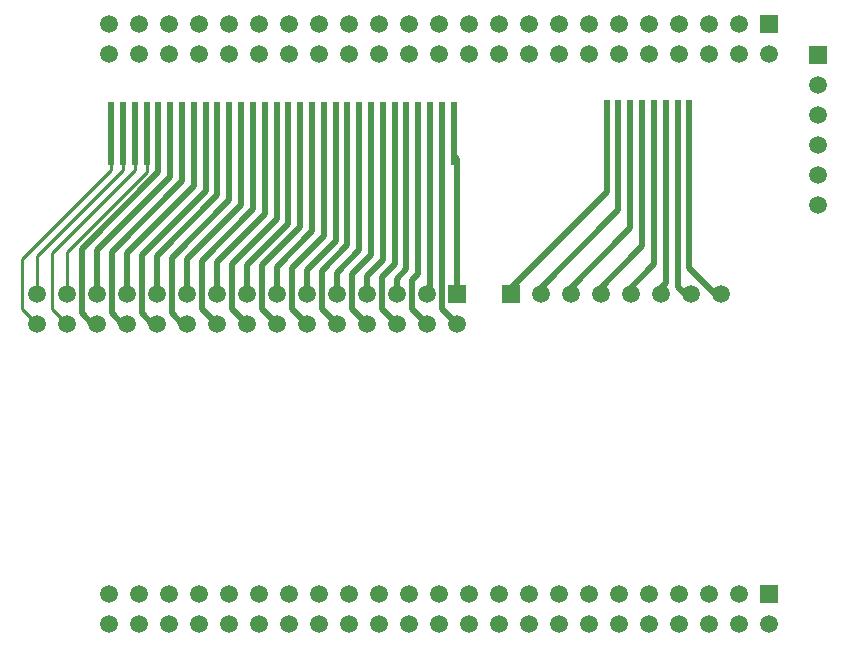
<source format=gtl>
%FSLAX25Y25*%
%MOIN*%
G70*
G01*
G75*
G04 Layer_Physical_Order=1*
G04 Layer_Color=255*
%ADD10R,0.02362X0.06496*%
%ADD11C,0.02000*%
%ADD12C,0.01000*%
%ADD13R,0.05906X0.05906*%
%ADD14C,0.05906*%
%ADD15R,0.05906X0.05906*%
D10*
X143256Y163539D02*
D03*
Y178500D02*
D03*
X139319D02*
D03*
Y163539D02*
D03*
X131445D02*
D03*
Y178500D02*
D03*
X135382D02*
D03*
Y163539D02*
D03*
X151130D02*
D03*
Y178500D02*
D03*
X147193D02*
D03*
Y163539D02*
D03*
X155067D02*
D03*
Y178500D02*
D03*
X159004D02*
D03*
Y163539D02*
D03*
X190500D02*
D03*
Y178500D02*
D03*
X186563D02*
D03*
Y163539D02*
D03*
X178689D02*
D03*
Y178500D02*
D03*
X182626D02*
D03*
Y163539D02*
D03*
X166878D02*
D03*
Y178500D02*
D03*
X162941D02*
D03*
Y163539D02*
D03*
X170815D02*
D03*
Y178500D02*
D03*
X174752D02*
D03*
Y163539D02*
D03*
X111760D02*
D03*
Y178500D02*
D03*
X107823D02*
D03*
Y163539D02*
D03*
X99949D02*
D03*
Y178500D02*
D03*
X103886D02*
D03*
Y163539D02*
D03*
X119634D02*
D03*
Y178500D02*
D03*
X115697D02*
D03*
Y163539D02*
D03*
X123571D02*
D03*
Y178500D02*
D03*
X127508D02*
D03*
Y163539D02*
D03*
X96012D02*
D03*
Y178500D02*
D03*
X92075D02*
D03*
Y163539D02*
D03*
X84201D02*
D03*
Y178500D02*
D03*
X88138D02*
D03*
Y163539D02*
D03*
X76327D02*
D03*
Y178500D02*
D03*
X80264D02*
D03*
Y163539D02*
D03*
X257248Y178961D02*
D03*
Y164000D02*
D03*
X261185D02*
D03*
Y178961D02*
D03*
X269059D02*
D03*
Y164000D02*
D03*
X265122D02*
D03*
Y178961D02*
D03*
X249374D02*
D03*
Y164000D02*
D03*
X253311D02*
D03*
Y178961D02*
D03*
X245437D02*
D03*
Y164000D02*
D03*
X241500D02*
D03*
Y178961D02*
D03*
D11*
X143256Y138256D02*
Y163539D01*
X131500Y126500D02*
X143256Y138256D01*
X131500Y117500D02*
Y126500D01*
X147193Y136693D02*
Y163539D01*
X136500Y126000D02*
X147193Y136693D01*
X136500Y112500D02*
Y126000D01*
X151130Y135130D02*
Y163539D01*
X141500Y125500D02*
X151130Y135130D01*
X141500Y117500D02*
Y125500D01*
X155067Y133567D02*
Y163539D01*
X146500Y125000D02*
X155067Y133567D01*
X146500Y112500D02*
Y125000D01*
X159004Y132004D02*
Y163539D01*
X151500Y124500D02*
X159004Y132004D01*
X151500Y117500D02*
Y124500D01*
X162941Y130441D02*
Y163539D01*
X156500Y124000D02*
X162941Y130441D01*
X156500Y112500D02*
Y124000D01*
X166878Y128878D02*
Y163539D01*
X161500Y123500D02*
X166878Y128878D01*
X161500Y117500D02*
Y123500D01*
X170815Y127315D02*
Y163539D01*
X166453Y122953D02*
X170815Y127315D01*
X166453Y112547D02*
Y122953D01*
X174752Y125752D02*
Y163539D01*
X171500Y122500D02*
X174752Y125752D01*
X171500Y117500D02*
Y122500D01*
X178689Y124189D02*
Y163539D01*
X176500Y122000D02*
X178689Y124189D01*
X176500Y112500D02*
Y122000D01*
X126500Y112500D02*
X131500Y107500D01*
X126500Y112500D02*
Y127000D01*
X139319Y139819D01*
Y163539D01*
X135382Y140882D02*
Y163539D01*
X121500Y127000D02*
X135382Y140882D01*
X121500Y117500D02*
Y127000D01*
X116500Y112500D02*
X121500Y107500D01*
X116500Y112500D02*
Y127500D01*
X131445Y142445D01*
Y163539D01*
X127508Y144008D02*
Y163539D01*
X111500Y128000D02*
X127508Y144008D01*
X111500Y117500D02*
Y128000D01*
X123571Y145571D02*
Y163539D01*
X106500Y128500D02*
X123571Y145571D01*
X106500Y112500D02*
Y128500D01*
X119634Y147134D02*
Y163539D01*
X101500Y129000D02*
X119634Y147134D01*
X101500Y117500D02*
Y129000D01*
X115697Y148697D02*
Y163539D01*
X96500Y129500D02*
X115697Y148697D01*
X96500Y111000D02*
Y129500D01*
X111760Y150260D02*
Y163539D01*
X91500Y130000D02*
X111760Y150260D01*
X91500Y117500D02*
Y130000D01*
X107823Y151823D02*
Y163539D01*
X86500Y130500D02*
X107823Y151823D01*
X86500Y111000D02*
Y130500D01*
X103886Y153386D02*
Y163539D01*
X81500Y131000D02*
X103886Y153386D01*
X81500Y117500D02*
Y131000D01*
X99949Y154949D02*
Y163539D01*
X76500Y131500D02*
X99949Y154949D01*
X76500Y111000D02*
Y131500D01*
X96012Y156512D02*
Y163539D01*
X71500Y132000D02*
X96012Y156512D01*
X71500Y117500D02*
Y132000D01*
X92075Y158075D02*
Y163539D01*
X66500Y132500D02*
X92075Y158075D01*
X66500Y111000D02*
Y132500D01*
X136500Y112500D02*
X141500Y107500D01*
X146500Y112500D02*
X151500Y107500D01*
X156500Y112500D02*
X161500Y107500D01*
X166453Y112547D02*
X171500Y107500D01*
X176500Y112500D02*
X181500Y107500D01*
Y117500D02*
X182626Y118626D01*
Y163539D01*
X186547Y112453D02*
X191500Y107500D01*
X186547Y112453D02*
Y163524D01*
X186563Y163539D01*
X191500Y117500D02*
Y162539D01*
X190500Y163539D02*
X191500Y162539D01*
X106500Y112500D02*
X111500Y107500D01*
X66500Y111000D02*
X70000Y107500D01*
X76500Y111000D02*
X80000Y107500D01*
X86500Y111000D02*
X90000Y107500D01*
X96500Y111000D02*
X100000Y107500D01*
X207500Y117500D02*
X241500Y151500D01*
Y164000D01*
X217500Y117500D02*
X245437Y145437D01*
Y164000D01*
X227500Y117500D02*
X249374Y139374D01*
Y164000D01*
X237500Y117500D02*
X253311Y133311D01*
Y164000D01*
X247500Y117500D02*
X257248Y127248D01*
Y164000D01*
X257500Y117500D02*
X261185Y121185D01*
Y164000D01*
X269059Y125941D02*
X277500Y117500D01*
X269059Y125941D02*
Y164000D01*
X265122Y119878D02*
X267500Y117500D01*
X265122Y119878D02*
Y164000D01*
X245437D02*
Y178961D01*
X249374Y164000D02*
Y178961D01*
X253311Y164000D02*
Y178961D01*
X257248Y164000D02*
Y178961D01*
X261185Y164000D02*
Y178961D01*
X265122Y164000D02*
Y178961D01*
X269059Y164000D02*
Y178961D01*
X76327Y163539D02*
Y178500D01*
X80264Y163539D02*
Y178500D01*
X84201Y163539D02*
Y178500D01*
X88138Y163539D02*
Y178500D01*
X92075Y163539D02*
Y178500D01*
X96012Y163539D02*
Y178500D01*
X99949Y163539D02*
Y178500D01*
X103886Y163539D02*
Y178500D01*
X107823Y163539D02*
Y178500D01*
X111760Y163539D02*
Y178500D01*
X115697Y163539D02*
Y178500D01*
X119634Y163539D02*
Y178500D01*
X123571Y163539D02*
Y178500D01*
X127508Y163539D02*
Y178500D01*
X131445Y163539D02*
Y178500D01*
X135382Y163539D02*
Y178500D01*
X139319Y163539D02*
Y178500D01*
X143256Y163539D02*
Y178500D01*
X147193Y163539D02*
Y178500D01*
X151130Y163539D02*
Y178500D01*
X155067Y163539D02*
Y178500D01*
X159004Y163539D02*
Y178500D01*
X162941Y163539D02*
Y178500D01*
X166878Y163539D02*
Y178500D01*
X170815Y163539D02*
Y178500D01*
X174752Y163539D02*
Y178500D01*
X178689Y163539D02*
Y178500D01*
X182626Y163539D02*
Y178500D01*
X186563Y163539D02*
Y178500D01*
X190500Y163539D02*
Y178500D01*
X241500Y164000D02*
Y178961D01*
D12*
X56500Y112500D02*
X61500Y107500D01*
X56500Y112500D02*
Y131000D01*
X84201Y158701D02*
Y163539D01*
X56500Y131000D02*
X84201Y158701D01*
X80264Y158764D02*
Y163539D01*
X51500Y130000D02*
X80264Y158764D01*
X51500Y117500D02*
Y130000D01*
X76327Y158827D02*
Y163539D01*
X46500Y112500D02*
X51500Y107500D01*
X46500Y112500D02*
Y129000D01*
X76327Y158827D01*
X88138Y158138D02*
Y163539D01*
X61500Y131500D02*
X88138Y158138D01*
X61500Y117500D02*
Y131500D01*
D13*
X191500Y117500D02*
D03*
X209500D02*
D03*
X295500Y207500D02*
D03*
Y17500D02*
D03*
D14*
X191500Y107500D02*
D03*
X181500Y117500D02*
D03*
Y107500D02*
D03*
X171500Y117500D02*
D03*
Y107500D02*
D03*
X161500Y117500D02*
D03*
Y107500D02*
D03*
X151500Y117500D02*
D03*
Y107500D02*
D03*
X141500Y117500D02*
D03*
Y107500D02*
D03*
X131500Y117500D02*
D03*
Y107500D02*
D03*
X121500Y117500D02*
D03*
Y107500D02*
D03*
X111500Y117500D02*
D03*
Y107500D02*
D03*
X101500Y117500D02*
D03*
Y107500D02*
D03*
X91500Y117500D02*
D03*
Y107500D02*
D03*
X81500Y117500D02*
D03*
Y107500D02*
D03*
X71500Y117500D02*
D03*
Y107500D02*
D03*
X61500Y117500D02*
D03*
Y107500D02*
D03*
X51500Y117500D02*
D03*
Y107500D02*
D03*
X279500Y117500D02*
D03*
X269500D02*
D03*
X259500D02*
D03*
X249500D02*
D03*
X239500D02*
D03*
X229500D02*
D03*
X219500D02*
D03*
X295500Y197500D02*
D03*
X285500Y207500D02*
D03*
Y197500D02*
D03*
X275500Y207500D02*
D03*
Y197500D02*
D03*
X265500Y207500D02*
D03*
Y197500D02*
D03*
X255500Y207500D02*
D03*
Y197500D02*
D03*
X245500Y207500D02*
D03*
Y197500D02*
D03*
X235500Y207500D02*
D03*
Y197500D02*
D03*
X225500Y207500D02*
D03*
Y197500D02*
D03*
X215500Y207500D02*
D03*
Y197500D02*
D03*
X205500Y207500D02*
D03*
Y197500D02*
D03*
X195500Y207500D02*
D03*
Y197500D02*
D03*
X185500Y207500D02*
D03*
Y197500D02*
D03*
X175500Y207500D02*
D03*
Y197500D02*
D03*
X165500Y207500D02*
D03*
Y197500D02*
D03*
X155500Y207500D02*
D03*
Y197500D02*
D03*
X145500Y207500D02*
D03*
Y197500D02*
D03*
X135500Y207500D02*
D03*
Y197500D02*
D03*
X125500Y207500D02*
D03*
Y197500D02*
D03*
X115500Y207500D02*
D03*
Y197500D02*
D03*
X105500Y207500D02*
D03*
Y197500D02*
D03*
X95500Y207500D02*
D03*
Y197500D02*
D03*
X85500Y207500D02*
D03*
Y197500D02*
D03*
X75500Y207500D02*
D03*
Y197500D02*
D03*
X312000Y147000D02*
D03*
Y157000D02*
D03*
Y167000D02*
D03*
Y177000D02*
D03*
Y187000D02*
D03*
X295500Y7500D02*
D03*
X285500Y17500D02*
D03*
Y7500D02*
D03*
X275500Y17500D02*
D03*
Y7500D02*
D03*
X265500Y17500D02*
D03*
Y7500D02*
D03*
X255500Y17500D02*
D03*
Y7500D02*
D03*
X245500Y17500D02*
D03*
Y7500D02*
D03*
X235500Y17500D02*
D03*
Y7500D02*
D03*
X225500Y17500D02*
D03*
Y7500D02*
D03*
X215500Y17500D02*
D03*
Y7500D02*
D03*
X205500Y17500D02*
D03*
Y7500D02*
D03*
X195500Y17500D02*
D03*
Y7500D02*
D03*
X185500Y17500D02*
D03*
Y7500D02*
D03*
X175500Y17500D02*
D03*
Y7500D02*
D03*
X165500Y17500D02*
D03*
Y7500D02*
D03*
X155500Y17500D02*
D03*
Y7500D02*
D03*
X145500Y17500D02*
D03*
Y7500D02*
D03*
X135500Y17500D02*
D03*
Y7500D02*
D03*
X125500Y17500D02*
D03*
Y7500D02*
D03*
X115500Y17500D02*
D03*
Y7500D02*
D03*
X105500Y17500D02*
D03*
Y7500D02*
D03*
X95500Y17500D02*
D03*
Y7500D02*
D03*
X85500Y17500D02*
D03*
Y7500D02*
D03*
X75500Y17500D02*
D03*
Y7500D02*
D03*
D15*
X312000Y197000D02*
D03*
M02*

</source>
